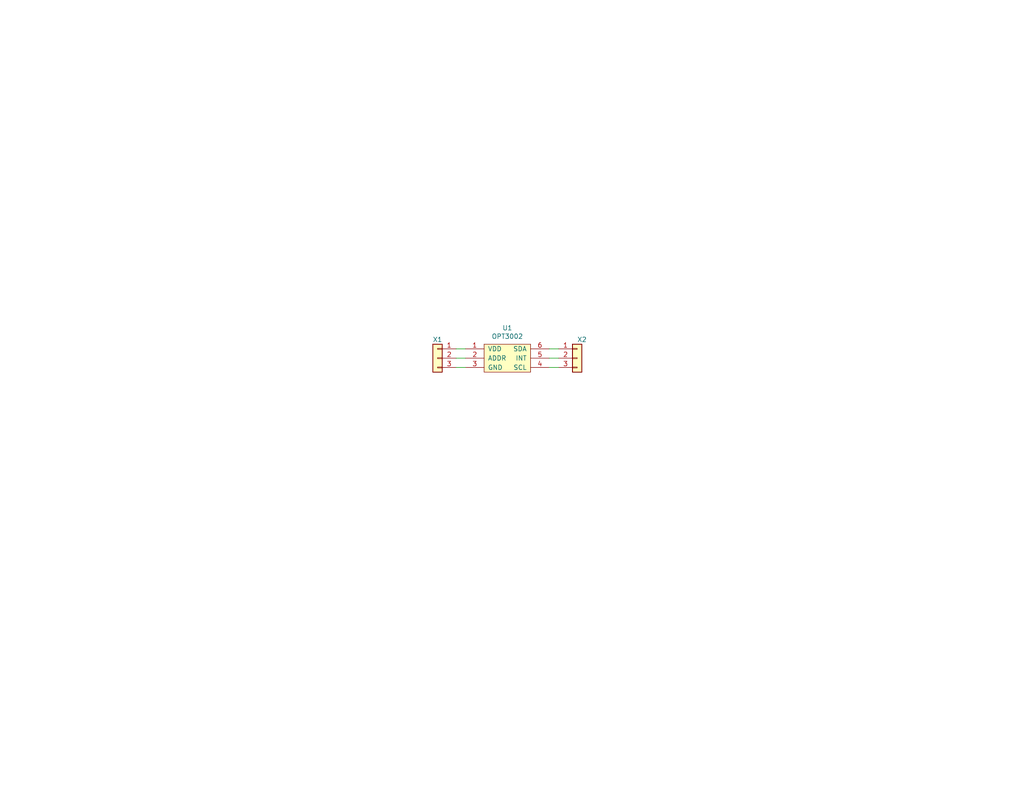
<source format=kicad_sch>
(kicad_sch (version 20230121) (generator eeschema)
  (paper "USLetter")
  (title_block (title "OPT3002 Breakout") (date "2018-08-16") (rev "1") (company "Alex M."))
  (lib_symbols
    (symbol "Breakout_OPT3002-rescue:OPT3002-AlexComponents" (pin_names (offset 1.016))
      (property "Reference" "U" (at -5.08 5.08 0))
      (property "Value" "AlexComponents:OPT3002" (at 0 -5.08 0))
      (symbol "OPT3002-AlexComponents_0_1"
        (polyline (pts (xy -6.35 3.81) (xy 6.35 3.81) (xy 6.35 -3.81) (xy -6.35 -3.81) (xy -6.35 3.81)) (fill (type background)))
      )
      (symbol "OPT3002-AlexComponents_1_1"
        (pin power_in line (at -11.43 2.54 0) (length 5.08) (name "VDD") (number "1"))
        (pin input line (at -11.43 0 0) (length 5.08) (name "ADDR") (number "2"))
        (pin power_in line (at -11.43 -2.54 0) (length 5.08) (name "GND") (number "3"))
        (pin output line (at 11.43 -2.54 180) (length 5.08) (name "SCL") (number "4"))
        (pin output line (at 11.43 0 180) (length 5.08) (name "INT") (number "5"))
        (pin bidirectional line (at 11.43 2.54 180) (length 5.08) (name "SDA") (number "6"))
      )
    )
    (symbol "Connector_Generic:Conn_01x03" (pin_names (offset 1.016) hide)
      (property "Reference" "J" (at 0 5.08 0))
      (property "Value" "Conn_01x03" (at 0 -5.08 0))
      (symbol "Conn_01x03_1_1"
        (rectangle (start -1.27 -2.413) (end 0 -2.667) (stroke (width 0.1524)))
        (rectangle (start -1.27 0.127) (end 0 -0.127) (stroke (width 0.1524)))
        (rectangle (start -1.27 2.667) (end 0 2.413) (stroke (width 0.1524)))
        (rectangle (start -1.27 3.81) (end 1.27 -3.81) (stroke (width 0.254)) (fill (type background)))
        (pin passive line (at -5.08 2.54 0) (length 3.81) (name "Pin_1") (number "1"))
        (pin passive line (at -5.08 0 0) (length 3.81) (name "Pin_2") (number "2"))
        (pin passive line (at -5.08 -2.54 0) (length 3.81) (name "Pin_3") (number "3"))
      )
    )
  )
  (wire (pts (xy 149.86 97.79) (xy 152.4 97.79)))
  (wire (pts (xy 124.46 100.33) (xy 127 100.33)))
  (wire (pts (xy 149.86 95.25) (xy 152.4 95.25)))
  (wire (pts (xy 149.86 100.33) (xy 152.4 100.33)))
  (wire (pts (xy 124.46 97.79) (xy 127 97.79)))
  (wire (pts (xy 124.46 95.25) (xy 127 95.25)))
  (symbol (lib_id "Breakout_OPT3002-rescue:OPT3002-AlexComponents") (at 138.43 97.79 0) (unit 1)
    (property "Reference" "U1" (at 138.43 89.535 0))
    (property "Value" "OPT3002" (at 138.43 91.8464 0))
    (property "Footprint" "Housings_DFN_QFN:DFN-6-1EP_2x2mm_Pitch0.65mm" (effects hide))
    (property "Datasheet" "http://www.ti.com/lit/ds/symlink/opt3002.pdf" (effects hide))
    (property "DigiKey Part Number" "296-47274-1-ND" (effects hide))
  )
  (symbol (lib_id "Connector_Generic:Conn_01x03") (at 157.48 97.79 0) (unit 1)
    (property "Reference" "X2" (at 157.48 92.71 0) (effects (justify left)))
    (property "Value" "Conn_01x03" (effects hide))
    (property "Footprint" "Pin_Headers:Pin_Header_Straight_1x03_Pitch2.54mm" (effects hide))
  )
  (symbol (lib_id "Connector_Generic:Conn_01x03") (at 119.38 97.79 0) (mirror y) (unit 1)
    (property "Reference" "X1" (at 119.38 92.71 0))
    (property "Value" "Conn_01x03" (effects hide))
    (property "Footprint" "Pin_Headers:Pin_Header_Straight_1x03_Pitch2.54mm" (effects hide))
  )
)
</source>
